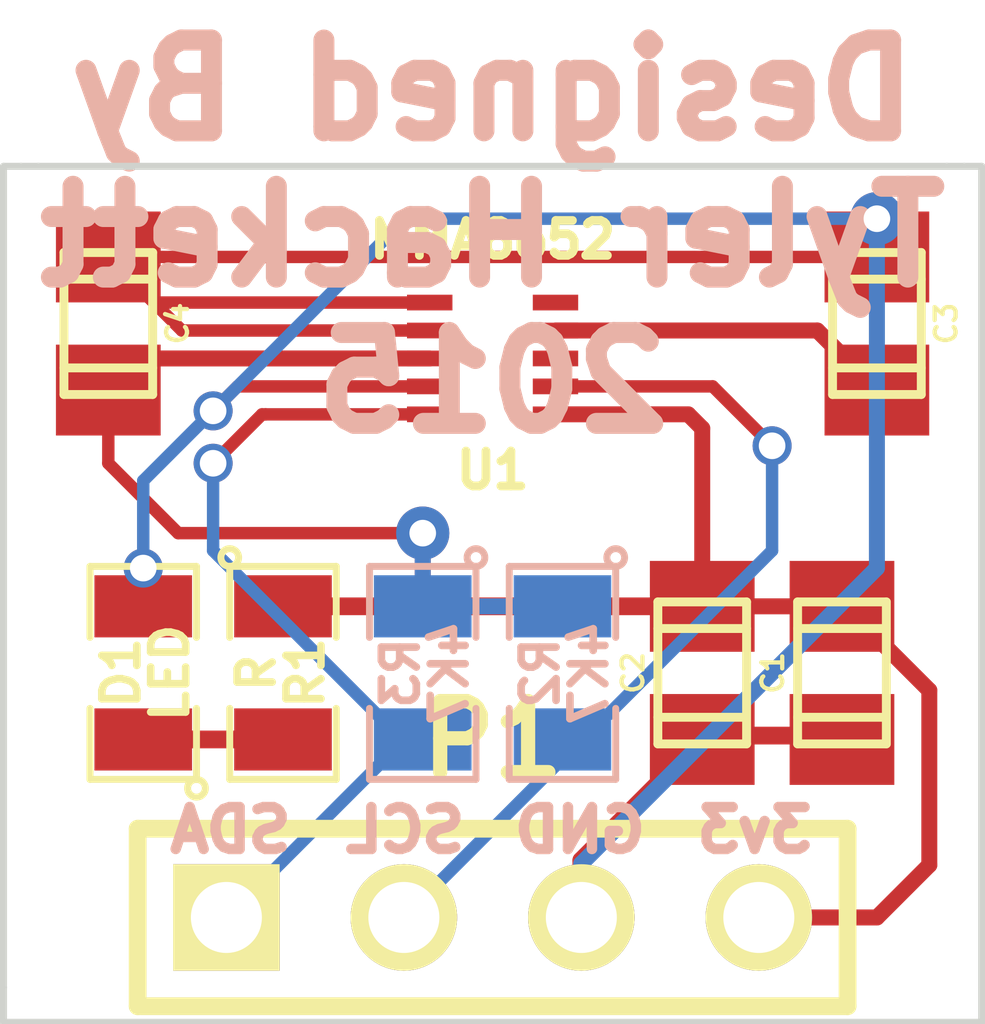
<source format=kicad_pcb>
(kicad_pcb (version 3) (host pcbnew "(2013-07-07 BZR 4022)-stable")

  (general
    (links 22)
    (no_connects 0)
    (area 208.949999 139.89 223.050001 154.302)
    (thickness 1.6)
    (drawings 15)
    (tracks 63)
    (zones 0)
    (modules 10)
    (nets 7)
  )

  (page A3)
  (layers
    (15 F.Cu signal)
    (0 B.Cu signal)
    (16 B.Adhes user)
    (17 F.Adhes user)
    (18 B.Paste user)
    (19 F.Paste user)
    (20 B.SilkS user)
    (21 F.SilkS user)
    (22 B.Mask user)
    (23 F.Mask user)
    (24 Dwgs.User user)
    (25 Cmts.User user)
    (26 Eco1.User user)
    (27 Eco2.User user)
    (28 Edge.Cuts user)
  )

  (setup
    (last_trace_width 0.1778)
    (trace_clearance 0.1524)
    (zone_clearance 0.508)
    (zone_45_only no)
    (trace_min 0.1524)
    (segment_width 0.2)
    (edge_width 0.1)
    (via_size 0.5588)
    (via_drill 0.381)
    (via_min_size 0.508)
    (via_min_drill 0.3302)
    (uvia_size 0.508)
    (uvia_drill 0.127)
    (uvias_allowed no)
    (uvia_min_size 0.254)
    (uvia_min_drill 0.127)
    (pcb_text_width 0.3)
    (pcb_text_size 1.5 1.5)
    (mod_edge_width 0.15)
    (mod_text_size 1 1)
    (mod_text_width 0.15)
    (pad_size 1.5 1.5)
    (pad_drill 0.6)
    (pad_to_mask_clearance 0)
    (aux_axis_origin 0 0)
    (visible_elements 7FFFFFFF)
    (pcbplotparams
      (layerselection 284196865)
      (usegerberextensions true)
      (excludeedgelayer true)
      (linewidth 0.150000)
      (plotframeref false)
      (viasonmask false)
      (mode 1)
      (useauxorigin false)
      (hpglpennumber 1)
      (hpglpenspeed 20)
      (hpglpendiameter 15)
      (hpglpenoverlay 2)
      (psnegative false)
      (psa4output false)
      (plotreference true)
      (plotvalue true)
      (plotothertext true)
      (plotinvisibletext false)
      (padsonsilk false)
      (subtractmaskfromsilk true)
      (outputformat 1)
      (mirror false)
      (drillshape 0)
      (scaleselection 1)
      (outputdirectory S:/Users/TyDesktop/Desktop/MMA_Boadr/))
  )

  (net 0 "")
  (net 1 +3.3V)
  (net 2 GND)
  (net 3 N-000001)
  (net 4 N-000002)
  (net 5 N-000006)
  (net 6 N-000007)

  (net_class Default "This is the default net class."
    (clearance 0.1524)
    (trace_width 0.1778)
    (via_dia 0.5588)
    (via_drill 0.381)
    (uvia_dia 0.508)
    (uvia_drill 0.127)
    (add_net "")
    (add_net N-000001)
    (add_net N-000002)
    (add_net N-000006)
    (add_net N-000007)
  )

  (net_class PWR ""
    (clearance 0.1524)
    (trace_width 0.2286)
    (via_dia 0.5588)
    (via_drill 0.381)
    (uvia_dia 0.508)
    (uvia_drill 0.127)
    (add_net +3.3V)
    (add_net GND)
  )

  (module SM0805 (layer B.Cu) (tedit 5091495C) (tstamp 54A637C7)
    (at 217 147.5 270)
    (path /549E1CB7)
    (attr smd)
    (fp_text reference R2 (at 0 0.3175 270) (layer B.SilkS)
      (effects (font (size 0.50038 0.50038) (thickness 0.10922)) (justify mirror))
    )
    (fp_text value 4K7 (at 0 -0.381 270) (layer B.SilkS)
      (effects (font (size 0.50038 0.50038) (thickness 0.10922)) (justify mirror))
    )
    (fp_circle (center -1.651 -0.762) (end -1.651 -0.635) (layer B.SilkS) (width 0.09906))
    (fp_line (start -0.508 -0.762) (end -1.524 -0.762) (layer B.SilkS) (width 0.09906))
    (fp_line (start -1.524 -0.762) (end -1.524 0.762) (layer B.SilkS) (width 0.09906))
    (fp_line (start -1.524 0.762) (end -0.508 0.762) (layer B.SilkS) (width 0.09906))
    (fp_line (start 0.508 0.762) (end 1.524 0.762) (layer B.SilkS) (width 0.09906))
    (fp_line (start 1.524 0.762) (end 1.524 -0.762) (layer B.SilkS) (width 0.09906))
    (fp_line (start 1.524 -0.762) (end 0.508 -0.762) (layer B.SilkS) (width 0.09906))
    (pad 1 smd rect (at -0.9525 0 270) (size 0.889 1.397)
      (layers B.Cu B.Paste B.Mask)
      (net 1 +3.3V)
    )
    (pad 2 smd rect (at 0.9525 0 270) (size 0.889 1.397)
      (layers B.Cu B.Paste B.Mask)
      (net 5 N-000006)
    )
    (model smd/chip_cms.wrl
      (at (xyz 0 0 0))
      (scale (xyz 0.1 0.1 0.1))
      (rotate (xyz 0 0 0))
    )
  )

  (module SM0805 (layer B.Cu) (tedit 5091495C) (tstamp 54A64377)
    (at 215 147.5 270)
    (path /549E1D93)
    (attr smd)
    (fp_text reference R3 (at 0 0.3175 270) (layer B.SilkS)
      (effects (font (size 0.50038 0.50038) (thickness 0.10922)) (justify mirror))
    )
    (fp_text value 4K7 (at 0 -0.381 270) (layer B.SilkS)
      (effects (font (size 0.50038 0.50038) (thickness 0.10922)) (justify mirror))
    )
    (fp_circle (center -1.651 -0.762) (end -1.651 -0.635) (layer B.SilkS) (width 0.09906))
    (fp_line (start -0.508 -0.762) (end -1.524 -0.762) (layer B.SilkS) (width 0.09906))
    (fp_line (start -1.524 -0.762) (end -1.524 0.762) (layer B.SilkS) (width 0.09906))
    (fp_line (start -1.524 0.762) (end -0.508 0.762) (layer B.SilkS) (width 0.09906))
    (fp_line (start 0.508 0.762) (end 1.524 0.762) (layer B.SilkS) (width 0.09906))
    (fp_line (start 1.524 0.762) (end 1.524 -0.762) (layer B.SilkS) (width 0.09906))
    (fp_line (start 1.524 -0.762) (end 0.508 -0.762) (layer B.SilkS) (width 0.09906))
    (pad 1 smd rect (at -0.9525 0 270) (size 0.889 1.397)
      (layers B.Cu B.Paste B.Mask)
      (net 1 +3.3V)
    )
    (pad 2 smd rect (at 0.9525 0 270) (size 0.889 1.397)
      (layers B.Cu B.Paste B.Mask)
      (net 6 N-000007)
    )
    (model smd/chip_cms.wrl
      (at (xyz 0 0 0))
      (scale (xyz 0.1 0.1 0.1))
      (rotate (xyz 0 0 0))
    )
  )

  (module SM0805 (layer F.Cu) (tedit 5091495C) (tstamp 54A635CD)
    (at 213 147.5 270)
    (path /54A63624)
    (attr smd)
    (fp_text reference R1 (at 0 -0.3175 270) (layer F.SilkS)
      (effects (font (size 0.50038 0.50038) (thickness 0.10922)))
    )
    (fp_text value R (at 0 0.381 270) (layer F.SilkS)
      (effects (font (size 0.50038 0.50038) (thickness 0.10922)))
    )
    (fp_circle (center -1.651 0.762) (end -1.651 0.635) (layer F.SilkS) (width 0.09906))
    (fp_line (start -0.508 0.762) (end -1.524 0.762) (layer F.SilkS) (width 0.09906))
    (fp_line (start -1.524 0.762) (end -1.524 -0.762) (layer F.SilkS) (width 0.09906))
    (fp_line (start -1.524 -0.762) (end -0.508 -0.762) (layer F.SilkS) (width 0.09906))
    (fp_line (start 0.508 -0.762) (end 1.524 -0.762) (layer F.SilkS) (width 0.09906))
    (fp_line (start 1.524 -0.762) (end 1.524 0.762) (layer F.SilkS) (width 0.09906))
    (fp_line (start 1.524 0.762) (end 0.508 0.762) (layer F.SilkS) (width 0.09906))
    (pad 1 smd rect (at -0.9525 0 270) (size 0.889 1.397)
      (layers F.Cu F.Paste F.Mask)
      (net 1 +3.3V)
    )
    (pad 2 smd rect (at 0.9525 0 270) (size 0.889 1.397)
      (layers F.Cu F.Paste F.Mask)
      (net 4 N-000002)
    )
    (model smd/chip_cms.wrl
      (at (xyz 0 0 0))
      (scale (xyz 0.1 0.1 0.1))
      (rotate (xyz 0 0 0))
    )
  )

  (module SM0805 (layer F.Cu) (tedit 5091495C) (tstamp 54A635DA)
    (at 211 147.5 90)
    (path /54A63659)
    (attr smd)
    (fp_text reference D1 (at 0 -0.3175 90) (layer F.SilkS)
      (effects (font (size 0.50038 0.50038) (thickness 0.10922)))
    )
    (fp_text value LED (at 0 0.381 90) (layer F.SilkS)
      (effects (font (size 0.50038 0.50038) (thickness 0.10922)))
    )
    (fp_circle (center -1.651 0.762) (end -1.651 0.635) (layer F.SilkS) (width 0.09906))
    (fp_line (start -0.508 0.762) (end -1.524 0.762) (layer F.SilkS) (width 0.09906))
    (fp_line (start -1.524 0.762) (end -1.524 -0.762) (layer F.SilkS) (width 0.09906))
    (fp_line (start -1.524 -0.762) (end -0.508 -0.762) (layer F.SilkS) (width 0.09906))
    (fp_line (start 0.508 -0.762) (end 1.524 -0.762) (layer F.SilkS) (width 0.09906))
    (fp_line (start 1.524 -0.762) (end 1.524 0.762) (layer F.SilkS) (width 0.09906))
    (fp_line (start 1.524 0.762) (end 0.508 0.762) (layer F.SilkS) (width 0.09906))
    (pad 1 smd rect (at -0.9525 0 90) (size 0.889 1.397)
      (layers F.Cu F.Paste F.Mask)
      (net 4 N-000002)
    )
    (pad 2 smd rect (at 0.9525 0 90) (size 0.889 1.397)
      (layers F.Cu F.Paste F.Mask)
      (net 2 GND)
    )
    (model smd/chip_cms.wrl
      (at (xyz 0 0 0))
      (scale (xyz 0.1 0.1 0.1))
      (rotate (xyz 0 0 0))
    )
  )

  (module PIN_ARRAY_4x1 (layer F.Cu) (tedit 4C10F42E) (tstamp 54A635E6)
    (at 216 151)
    (descr "Double rangee de contacts 2 x 5 pins")
    (tags CONN)
    (path /549E205B)
    (fp_text reference P1 (at 0 -2.54) (layer F.SilkS)
      (effects (font (size 1.016 1.016) (thickness 0.2032)))
    )
    (fp_text value CONN_4 (at 0 2.54) (layer F.SilkS) hide
      (effects (font (size 1.016 1.016) (thickness 0.2032)))
    )
    (fp_line (start 5.08 1.27) (end -5.08 1.27) (layer F.SilkS) (width 0.254))
    (fp_line (start 5.08 -1.27) (end -5.08 -1.27) (layer F.SilkS) (width 0.254))
    (fp_line (start -5.08 -1.27) (end -5.08 1.27) (layer F.SilkS) (width 0.254))
    (fp_line (start 5.08 1.27) (end 5.08 -1.27) (layer F.SilkS) (width 0.254))
    (pad 1 thru_hole rect (at -3.81 0) (size 1.524 1.524) (drill 1.016)
      (layers *.Cu *.Mask F.SilkS)
      (net 6 N-000007)
    )
    (pad 2 thru_hole circle (at -1.27 0) (size 1.524 1.524) (drill 1.016)
      (layers *.Cu *.Mask F.SilkS)
      (net 5 N-000006)
    )
    (pad 3 thru_hole circle (at 1.27 0) (size 1.524 1.524) (drill 1.016)
      (layers *.Cu *.Mask F.SilkS)
      (net 2 GND)
    )
    (pad 4 thru_hole circle (at 3.81 0) (size 1.524 1.524) (drill 1.016)
      (layers *.Cu *.Mask F.SilkS)
      (net 1 +3.3V)
    )
    (model pin_array\pins_array_4x1.wrl
      (at (xyz 0 0 0))
      (scale (xyz 1 1 1))
      (rotate (xyz 0 0 0))
    )
  )

  (module DFN10 (layer F.Cu) (tedit 549BCC1E) (tstamp 54A635F4)
    (at 216 143 180)
    (path /549E1BE0)
    (fp_text reference U1 (at 0 -1.6 180) (layer F.SilkS)
      (effects (font (size 0.5 0.5) (thickness 0.125)))
    )
    (fp_text value MMA8652 (at 0 1.7 180) (layer F.SilkS)
      (effects (font (size 0.5 0.5) (thickness 0.125)))
    )
    (pad 1 smd rect (at -0.9 -0.8 180) (size 0.65 0.225)
      (layers F.Cu F.Paste F.Mask)
      (net 1 +3.3V)
    )
    (pad 2 smd rect (at -0.9 -0.4 180) (size 0.65 0.225)
      (layers F.Cu F.Paste F.Mask)
      (net 5 N-000006)
    )
    (pad 3 smd rect (at -0.9 0 180) (size 0.65 0.225)
      (layers F.Cu F.Paste F.Mask)
    )
    (pad 4 smd rect (at -0.9 0.4 180) (size 0.65 0.225)
      (layers F.Cu F.Paste F.Mask)
      (net 3 N-000001)
    )
    (pad 5 smd rect (at -0.9 0.8 180) (size 0.65 0.225)
      (layers F.Cu F.Paste F.Mask)
    )
    (pad 6 smd rect (at 0.9 0.8 180) (size 0.65 0.225)
      (layers F.Cu F.Paste F.Mask)
      (net 2 GND)
    )
    (pad 7 smd rect (at 0.9 0.4 180) (size 0.65 0.225)
      (layers F.Cu F.Paste F.Mask)
      (net 2 GND)
    )
    (pad 8 smd rect (at 0.9 0 180) (size 0.65 0.225)
      (layers F.Cu F.Paste F.Mask)
      (net 1 +3.3V)
    )
    (pad 9 smd rect (at 0.9 -0.4 180) (size 0.65 0.225)
      (layers F.Cu F.Paste F.Mask)
      (net 2 GND)
    )
    (pad 10 smd rect (at 0.9 -0.8 180) (size 0.65 0.225)
      (layers F.Cu F.Paste F.Mask)
      (net 6 N-000007)
    )
  )

  (module c_0805 (layer F.Cu) (tedit 49047394) (tstamp 54A63AD2)
    (at 219 147.5 90)
    (descr "SMT capacitor, 0805")
    (path /549E1C1D)
    (fp_text reference C2 (at 0 -0.9906 90) (layer F.SilkS)
      (effects (font (size 0.29972 0.29972) (thickness 0.06096)))
    )
    (fp_text value 0.1uF (at 0 0.9906 90) (layer F.SilkS) hide
      (effects (font (size 0.29972 0.29972) (thickness 0.06096)))
    )
    (fp_line (start 0.635 -0.635) (end 0.635 0.635) (layer F.SilkS) (width 0.127))
    (fp_line (start -0.635 -0.635) (end -0.635 0.6096) (layer F.SilkS) (width 0.127))
    (fp_line (start -1.016 -0.635) (end 1.016 -0.635) (layer F.SilkS) (width 0.127))
    (fp_line (start 1.016 -0.635) (end 1.016 0.635) (layer F.SilkS) (width 0.127))
    (fp_line (start 1.016 0.635) (end -1.016 0.635) (layer F.SilkS) (width 0.127))
    (fp_line (start -1.016 0.635) (end -1.016 -0.635) (layer F.SilkS) (width 0.127))
    (pad 1 smd rect (at 0.9525 0 90) (size 1.30048 1.4986)
      (layers F.Cu F.Paste F.Mask)
      (net 1 +3.3V)
    )
    (pad 2 smd rect (at -0.9525 0 90) (size 1.30048 1.4986)
      (layers F.Cu F.Paste F.Mask)
      (net 2 GND)
    )
    (model smd/capacitors/c_0805.wrl
      (at (xyz 0 0 0))
      (scale (xyz 1 1 1))
      (rotate (xyz 0 0 0))
    )
  )

  (module c_0805 (layer F.Cu) (tedit 49047394) (tstamp 54A63B66)
    (at 221.5 142.5 270)
    (descr "SMT capacitor, 0805")
    (path /549E22FA)
    (fp_text reference C3 (at 0 -0.9906 270) (layer F.SilkS)
      (effects (font (size 0.29972 0.29972) (thickness 0.06096)))
    )
    (fp_text value 0.1uF (at 0 0.9906 270) (layer F.SilkS) hide
      (effects (font (size 0.29972 0.29972) (thickness 0.06096)))
    )
    (fp_line (start 0.635 -0.635) (end 0.635 0.635) (layer F.SilkS) (width 0.127))
    (fp_line (start -0.635 -0.635) (end -0.635 0.6096) (layer F.SilkS) (width 0.127))
    (fp_line (start -1.016 -0.635) (end 1.016 -0.635) (layer F.SilkS) (width 0.127))
    (fp_line (start 1.016 -0.635) (end 1.016 0.635) (layer F.SilkS) (width 0.127))
    (fp_line (start 1.016 0.635) (end -1.016 0.635) (layer F.SilkS) (width 0.127))
    (fp_line (start -1.016 0.635) (end -1.016 -0.635) (layer F.SilkS) (width 0.127))
    (pad 1 smd rect (at 0.9525 0 270) (size 1.30048 1.4986)
      (layers F.Cu F.Paste F.Mask)
      (net 3 N-000001)
    )
    (pad 2 smd rect (at -0.9525 0 270) (size 1.30048 1.4986)
      (layers F.Cu F.Paste F.Mask)
      (net 2 GND)
    )
    (model smd/capacitors/c_0805.wrl
      (at (xyz 0 0 0))
      (scale (xyz 1 1 1))
      (rotate (xyz 0 0 0))
    )
  )

  (module c_0805 (layer F.Cu) (tedit 49047394) (tstamp 54A63B73)
    (at 210.5 142.5 270)
    (descr "SMT capacitor, 0805")
    (path /549E2351)
    (fp_text reference C4 (at 0 -0.9906 270) (layer F.SilkS)
      (effects (font (size 0.29972 0.29972) (thickness 0.06096)))
    )
    (fp_text value 0.1uF (at 0 0.9906 270) (layer F.SilkS) hide
      (effects (font (size 0.29972 0.29972) (thickness 0.06096)))
    )
    (fp_line (start 0.635 -0.635) (end 0.635 0.635) (layer F.SilkS) (width 0.127))
    (fp_line (start -0.635 -0.635) (end -0.635 0.6096) (layer F.SilkS) (width 0.127))
    (fp_line (start -1.016 -0.635) (end 1.016 -0.635) (layer F.SilkS) (width 0.127))
    (fp_line (start 1.016 -0.635) (end 1.016 0.635) (layer F.SilkS) (width 0.127))
    (fp_line (start 1.016 0.635) (end -1.016 0.635) (layer F.SilkS) (width 0.127))
    (fp_line (start -1.016 0.635) (end -1.016 -0.635) (layer F.SilkS) (width 0.127))
    (pad 1 smd rect (at 0.9525 0 270) (size 1.30048 1.4986)
      (layers F.Cu F.Paste F.Mask)
      (net 1 +3.3V)
    )
    (pad 2 smd rect (at -0.9525 0 270) (size 1.30048 1.4986)
      (layers F.Cu F.Paste F.Mask)
      (net 2 GND)
    )
    (model smd/capacitors/c_0805.wrl
      (at (xyz 0 0 0))
      (scale (xyz 1 1 1))
      (rotate (xyz 0 0 0))
    )
  )

  (module c_0805 (layer F.Cu) (tedit 49047394) (tstamp 54A63837)
    (at 221 147.5 90)
    (descr "SMT capacitor, 0805")
    (path /54CAE942)
    (fp_text reference C1 (at 0 -0.9906 90) (layer F.SilkS)
      (effects (font (size 0.29972 0.29972) (thickness 0.06096)))
    )
    (fp_text value 1uF (at 0 0.9906 90) (layer F.SilkS) hide
      (effects (font (size 0.29972 0.29972) (thickness 0.06096)))
    )
    (fp_line (start 0.635 -0.635) (end 0.635 0.635) (layer F.SilkS) (width 0.127))
    (fp_line (start -0.635 -0.635) (end -0.635 0.6096) (layer F.SilkS) (width 0.127))
    (fp_line (start -1.016 -0.635) (end 1.016 -0.635) (layer F.SilkS) (width 0.127))
    (fp_line (start 1.016 -0.635) (end 1.016 0.635) (layer F.SilkS) (width 0.127))
    (fp_line (start 1.016 0.635) (end -1.016 0.635) (layer F.SilkS) (width 0.127))
    (fp_line (start -1.016 0.635) (end -1.016 -0.635) (layer F.SilkS) (width 0.127))
    (pad 1 smd rect (at 0.9525 0 90) (size 1.30048 1.4986)
      (layers F.Cu F.Paste F.Mask)
      (net 1 +3.3V)
    )
    (pad 2 smd rect (at -0.9525 0 90) (size 1.30048 1.4986)
      (layers F.Cu F.Paste F.Mask)
      (net 2 GND)
    )
    (model smd/capacitors/c_0805.wrl
      (at (xyz 0 0 0))
      (scale (xyz 1 1 1))
      (rotate (xyz 0 0 0))
    )
  )

  (gr_text 3v3 (at 219.75 149.75) (layer B.SilkS)
    (effects (font (size 0.6 0.6) (thickness 0.15)) (justify mirror))
  )
  (gr_text GND (at 217.25 149.75) (layer B.SilkS)
    (effects (font (size 0.6 0.6) (thickness 0.15)) (justify mirror))
  )
  (gr_text SCL (at 214.75 149.75) (layer B.SilkS)
    (effects (font (size 0.6 0.6) (thickness 0.15)) (justify mirror))
  )
  (gr_text SDA (at 212.25 149.75) (layer B.SilkS)
    (effects (font (size 0.6 0.6) (thickness 0.15)) (justify mirror))
  )
  (gr_text "Designed By\nTyler Hackett\n2015" (at 216 141.25) (layer B.SilkS)
    (effects (font (size 1.3 1.3) (thickness 0.3)) (justify mirror))
  )
  (gr_line (start 209 152.5) (end 209 152) (angle 90) (layer Edge.Cuts) (width 0.1))
  (gr_line (start 223 152.5) (end 209 152.5) (angle 90) (layer Edge.Cuts) (width 0.1))
  (gr_line (start 223 152) (end 223 152.5) (angle 90) (layer Edge.Cuts) (width 0.1))
  (gr_line (start 209 140.25) (end 209 152) (angle 90) (layer Edge.Cuts) (width 0.1))
  (gr_line (start 209.25 140.25) (end 209 140.25) (angle 90) (layer Edge.Cuts) (width 0.1))
  (gr_line (start 223 140.25) (end 222.75 140.25) (angle 90) (layer Edge.Cuts) (width 0.1))
  (gr_line (start 223 152) (end 223 140.25) (angle 90) (layer Edge.Cuts) (width 0.1))
  (gr_line (start 222.75 140.25) (end 222.5 140.25) (angle 90) (layer Edge.Cuts) (width 0.1))
  (gr_line (start 209.5 140.25) (end 209.25 140.25) (angle 90) (layer Edge.Cuts) (width 0.1))
  (gr_line (start 222.5 140.25) (end 209.5 140.25) (angle 90) (layer Edge.Cuts) (width 0.1))

  (segment (start 221.5 151) (end 219.81 151) (width 0.2286) (layer F.Cu) (net 1) (tstamp 54CB4697))
  (segment (start 222.25 150.25) (end 221.5 151) (width 0.2286) (layer F.Cu) (net 1) (tstamp 54CB4691))
  (segment (start 221 146.5475) (end 221.0475 146.5475) (width 0.2286) (layer F.Cu) (net 1))
  (segment (start 221.0475 146.5475) (end 222.25 147.75) (width 0.2286) (layer F.Cu) (net 1) (tstamp 54CB4689))
  (segment (start 222.25 147.75) (end 222.25 150.25) (width 0.2286) (layer F.Cu) (net 1) (tstamp 54CB468C))
  (segment (start 210.5 143.4525) (end 210.5 144.5) (width 0.1778) (layer F.Cu) (net 1))
  (segment (start 211.5 145.5) (end 215 145.5) (width 0.1778) (layer F.Cu) (net 1) (tstamp 54CAF7CD))
  (segment (start 210.5 144.5) (end 211.5 145.5) (width 0.1778) (layer F.Cu) (net 1) (tstamp 54CAF7C3))
  (segment (start 215.1 143) (end 210.9525 143) (width 0.2286) (layer F.Cu) (net 1))
  (segment (start 210.9525 143) (end 210.5 143.4525) (width 0.2286) (layer F.Cu) (net 1) (tstamp 54A644DF))
  (segment (start 219 146.5475) (end 221 146.5475) (width 0.2286) (layer F.Cu) (net 1) (tstamp 54CAE94A))
  (segment (start 215 146.5475) (end 215 145.5) (width 0.2286) (layer F.Cu) (net 1))
  (segment (start 215 145.5) (end 215 146.5475) (width 0.2286) (layer B.Cu) (net 1) (tstamp 54A64494))
  (via (at 215 145.5) (size 0.762) (layers F.Cu B.Cu) (net 1))
  (segment (start 215 146.5475) (end 217 146.5475) (width 0.2286) (layer B.Cu) (net 1) (tstamp 54A64495))
  (segment (start 216.9 143.8) (end 218.8 143.8) (width 0.2286) (layer F.Cu) (net 1))
  (segment (start 218.8 143.8) (end 219 144) (width 0.2286) (layer F.Cu) (net 1) (tstamp 54A6427F))
  (segment (start 219 144) (end 219 146.5475) (width 0.2286) (layer F.Cu) (net 1) (tstamp 54A64286))
  (segment (start 219 146.5475) (end 217 146.5475) (width 0.254) (layer F.Cu) (net 1))
  (segment (start 217 146.5475) (end 215 146.5475) (width 0.254) (layer F.Cu) (net 1) (tstamp 54A63BE4))
  (segment (start 215 146.5475) (end 213 146.5475) (width 0.254) (layer F.Cu) (net 1) (tstamp 54A63BE5))
  (segment (start 210.5 141.5475) (end 221.5 141.5475) (width 0.1778) (layer F.Cu) (net 2))
  (segment (start 212 143.75) (end 214.75 141) (width 0.1778) (layer B.Cu) (net 2))
  (segment (start 215.1 143.4) (end 212.35 143.4) (width 0.1778) (layer F.Cu) (net 2))
  (segment (start 212 143.75) (end 211 144.75) (width 0.1778) (layer B.Cu) (net 2) (tstamp 54CAF906))
  (via (at 212 143.75) (size 0.5588) (layers F.Cu B.Cu) (net 2))
  (segment (start 212.35 143.4) (end 212 143.75) (width 0.1778) (layer F.Cu) (net 2) (tstamp 54CAF901))
  (segment (start 211 146.5475) (end 211 146) (width 0.1778) (layer F.Cu) (net 2))
  (segment (start 214.75 141) (end 221.5 141) (width 0.1778) (layer B.Cu) (net 2) (tstamp 54CAF912))
  (segment (start 211 146) (end 211 144.75) (width 0.1778) (layer B.Cu) (net 2) (tstamp 54CAF794))
  (via (at 211 146) (size 0.5588) (layers F.Cu B.Cu) (net 2))
  (segment (start 215.1 142.6) (end 211.5525 142.6) (width 0.1778) (layer F.Cu) (net 2))
  (segment (start 211.5525 142.6) (end 210.5 141.5475) (width 0.1778) (layer F.Cu) (net 2) (tstamp 54CAEA19))
  (segment (start 215.1 142.2) (end 211.1525 142.2) (width 0.1778) (layer F.Cu) (net 2))
  (segment (start 211.1525 142.2) (end 210.5 141.5475) (width 0.1778) (layer F.Cu) (net 2) (tstamp 54CAEA16))
  (segment (start 217.27 151) (end 217.27 150.23) (width 0.2286) (layer B.Cu) (net 2))
  (segment (start 221.5 141) (end 221.5 141.5475) (width 0.2286) (layer F.Cu) (net 2) (tstamp 54A6445B))
  (via (at 221.5 141) (size 0.762) (layers F.Cu B.Cu) (net 2))
  (segment (start 221.5 146) (end 221.5 141) (width 0.2286) (layer B.Cu) (net 2) (tstamp 54A64455))
  (segment (start 217.27 150.23) (end 221.5 146) (width 0.2286) (layer B.Cu) (net 2) (tstamp 54A64450))
  (segment (start 217.27 151) (end 217.27 150.1825) (width 0.254) (layer F.Cu) (net 2))
  (segment (start 219.0555 148.397) (end 221.5 148.397) (width 0.254) (layer F.Cu) (net 2) (tstamp 54A63F5E))
  (segment (start 217.27 150.1825) (end 219.0555 148.397) (width 0.254) (layer F.Cu) (net 2) (tstamp 54A63F5B))
  (segment (start 220.6475 142.6) (end 221.5 143.4525) (width 0.2286) (layer F.Cu) (net 3) (tstamp 54A642AB))
  (segment (start 216.9 142.6) (end 220.6475 142.6) (width 0.2286) (layer F.Cu) (net 3))
  (segment (start 213 148.4525) (end 211 148.4525) (width 0.254) (layer F.Cu) (net 4))
  (segment (start 220 144.25) (end 219.15 143.4) (width 0.1778) (layer F.Cu) (net 5) (tstamp 54CB419C))
  (segment (start 220 145.75) (end 220 144.25) (width 0.1778) (layer B.Cu) (net 5) (tstamp 54CB4191))
  (via (at 220 144.25) (size 0.5588) (layers F.Cu B.Cu) (net 5))
  (segment (start 217 148.4525) (end 217.2975 148.4525) (width 0.1778) (layer B.Cu) (net 5))
  (segment (start 217.2975 148.4525) (end 220 145.75) (width 0.1778) (layer B.Cu) (net 5) (tstamp 54CB418C))
  (segment (start 219.15 143.4) (end 216.9 143.4) (width 0.1778) (layer F.Cu) (net 5) (tstamp 54CB419D))
  (segment (start 217 148.4525) (end 217 148.73) (width 0.1778) (layer B.Cu) (net 5))
  (segment (start 217 148.73) (end 214.73 151) (width 0.1778) (layer B.Cu) (net 5) (tstamp 54CAFA3B))
  (segment (start 215 148.4525) (end 214.7375 148.4525) (width 0.1778) (layer B.Cu) (net 6))
  (segment (start 214.7375 148.4525) (end 212.19 151) (width 0.1778) (layer B.Cu) (net 6) (tstamp 54CAFA5E))
  (segment (start 212 145.75) (end 212 144.5) (width 0.1778) (layer B.Cu) (net 6))
  (segment (start 212.75 143.8) (end 212.7 143.8) (width 0.1778) (layer F.Cu) (net 6))
  (segment (start 212.7 143.8) (end 212 144.5) (width 0.1778) (layer F.Cu) (net 6) (tstamp 54CAEA76))
  (segment (start 215.1 143.8) (end 212.75 143.8) (width 0.1778) (layer F.Cu) (net 6))
  (via (at 212 144.5) (size 0.5588) (layers F.Cu B.Cu) (net 6))
  (segment (start 214.7025 148.4525) (end 212 145.75) (width 0.1778) (layer B.Cu) (net 6) (tstamp 54CAF859))
  (segment (start 214.7025 148.4525) (end 215 148.4525) (width 0.1778) (layer B.Cu) (net 6))

)

</source>
